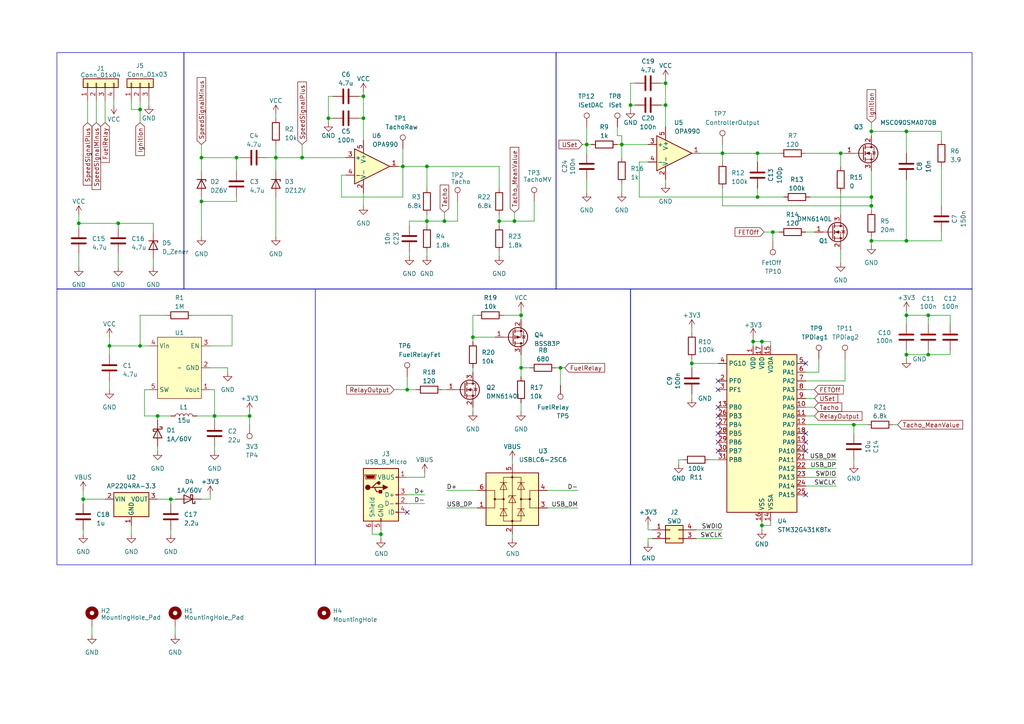
<source format=kicad_sch>
(kicad_sch (version 20230121) (generator eeschema)
  (paper "A4")
  (junction (at 193.04 30.48))
  (junction (at 220.98 99.06))
  (junction (at 118.11 113.03))
  (junction (at 162.56 106.68))
  (junction (at 128.905 64.135))
  (junction (at 151.13 106.68))
  (junction (at 105.41 34.29))
  (junction (at 58.42 58.42))
  (junction (at 49.53 144.78))
  (junction (at 34.29 64.77))
  (junction (at 252.73 57.15))
  (junction (at 144.78 64.135))
  (junction (at 220.98 152.4))
  (junction (at 219.71 44.45))
  (junction (at 149.225 64.135))
  (junction (at 180.34 41.91))
  (junction (at 262.89 91.44))
  (junction (at 24.13 144.78))
  (junction (at 40.64 31.75))
  (junction (at 62.23 120.65))
  (junction (at 72.39 120.65))
  (junction (at 269.24 91.44))
  (junction (at 224.155 67.31))
  (junction (at 123.825 64.135))
  (junction (at 22.86 64.77))
  (junction (at 116.84 48.26))
  (junction (at 123.825 48.26))
  (junction (at 151.13 91.44))
  (junction (at 262.89 69.85))
  (junction (at 95.25 34.29))
  (junction (at 252.73 59.69))
  (junction (at 193.04 24.13))
  (junction (at 262.89 38.1))
  (junction (at 252.73 69.85))
  (junction (at 110.49 154.94))
  (junction (at 68.58 45.72))
  (junction (at 31.75 100.33))
  (junction (at 105.41 27.94))
  (junction (at 200.66 105.41))
  (junction (at 269.24 102.87))
  (junction (at 252.73 38.1))
  (junction (at 219.71 57.15))
  (junction (at 218.44 99.06))
  (junction (at 247.65 123.19))
  (junction (at 262.89 102.87))
  (junction (at 87.63 45.72))
  (junction (at 243.84 44.45))
  (junction (at 58.42 45.72))
  (junction (at 209.55 44.45))
  (junction (at 40.64 100.33))
  (junction (at 170.18 41.91))
  (junction (at 182.88 30.48))
  (junction (at 137.16 97.79))
  (junction (at 45.72 120.65))
  (junction (at 80.01 45.72))
  (no_connect (at 208.28 128.27))
  (no_connect (at 208.28 123.19))
  (no_connect (at 233.68 128.27))
  (no_connect (at 208.28 113.03))
  (no_connect (at 208.28 118.11))
  (no_connect (at 208.28 130.81))
  (no_connect (at 233.68 125.73))
  (no_connect (at 233.68 143.51))
  (no_connect (at 233.68 105.41))
  (no_connect (at 208.28 110.49))
  (no_connect (at 208.28 125.73))
  (no_connect (at 233.68 130.81))
  (no_connect (at 208.28 120.65))
  (no_connect (at 118.11 148.59))
  (wire (pts (xy 114.3 113.03) (xy 118.11 113.03)))
  (wire (pts (xy 129.54 147.32) (xy 138.43 147.32)))
  (wire (pts (xy 233.68 115.57) (xy 236.22 115.57)))
  (wire (pts (xy 223.52 99.06) (xy 220.98 99.06)))
  (wire (pts (xy 43.18 29.21) (xy 43.18 30.48)))
  (wire (pts (xy 269.24 102.87) (xy 275.59 102.87)))
  (wire (pts (xy 137.16 97.79) (xy 143.51 97.79)))
  (wire (pts (xy 218.44 99.06) (xy 218.44 100.33)))
  (wire (pts (xy 233.68 113.03) (xy 236.22 113.03)))
  (wire (pts (xy 96.52 27.94) (xy 95.25 27.94)))
  (wire (pts (xy 38.1 29.21) (xy 38.1 31.75)))
  (wire (pts (xy 137.16 97.79) (xy 137.16 99.06)))
  (wire (pts (xy 105.41 55.88) (xy 105.41 59.69)))
  (wire (pts (xy 189.23 156.21) (xy 187.96 156.21)))
  (wire (pts (xy 100.33 50.8) (xy 99.06 50.8)))
  (wire (pts (xy 233.68 67.31) (xy 236.22 67.31)))
  (wire (pts (xy 180.34 41.91) (xy 187.96 41.91)))
  (wire (pts (xy 193.04 30.48) (xy 193.04 36.83)))
  (wire (pts (xy 38.1 31.75) (xy 40.64 31.75)))
  (wire (pts (xy 62.23 129.54) (xy 62.23 130.81)))
  (wire (pts (xy 144.78 64.135) (xy 149.225 64.135)))
  (wire (pts (xy 262.89 91.44) (xy 262.89 93.98)))
  (wire (pts (xy 220.98 151.13) (xy 220.98 152.4)))
  (wire (pts (xy 170.18 41.91) (xy 170.18 44.45)))
  (wire (pts (xy 273.05 48.26) (xy 273.05 59.69)))
  (wire (pts (xy 123.825 62.23) (xy 123.825 64.135)))
  (wire (pts (xy 203.2 44.45) (xy 209.55 44.45)))
  (wire (pts (xy 273.05 38.1) (xy 262.89 38.1)))
  (wire (pts (xy 137.16 118.11) (xy 137.16 119.38)))
  (wire (pts (xy 237.49 107.95) (xy 237.49 104.14)))
  (wire (pts (xy 209.55 59.69) (xy 252.73 59.69)))
  (wire (pts (xy 138.43 91.44) (xy 137.16 91.44)))
  (wire (pts (xy 243.84 44.45) (xy 245.11 44.45)))
  (wire (pts (xy 144.78 65.405) (xy 144.78 64.135)))
  (wire (pts (xy 149.225 64.135) (xy 154.94 64.135)))
  (wire (pts (xy 151.13 106.68) (xy 151.13 109.22)))
  (wire (pts (xy 116.84 48.26) (xy 123.825 48.26)))
  (wire (pts (xy 154.94 58.42) (xy 154.94 64.135)))
  (wire (pts (xy 233.68 138.43) (xy 242.57 138.43)))
  (wire (pts (xy 233.68 120.65) (xy 236.22 120.65)))
  (wire (pts (xy 68.58 45.72) (xy 69.85 45.72)))
  (wire (pts (xy 45.72 144.78) (xy 49.53 144.78)))
  (wire (pts (xy 191.77 24.13) (xy 193.04 24.13)))
  (wire (pts (xy 182.88 24.13) (xy 182.88 30.48)))
  (wire (pts (xy 48.26 91.44) (xy 40.64 91.44)))
  (wire (pts (xy 95.25 27.94) (xy 95.25 34.29)))
  (wire (pts (xy 40.64 31.75) (xy 40.64 35.56)))
  (wire (pts (xy 151.13 102.87) (xy 151.13 106.68)))
  (wire (pts (xy 200.66 104.14) (xy 200.66 105.41)))
  (wire (pts (xy 132.715 58.42) (xy 132.715 64.135)))
  (wire (pts (xy 233.68 107.95) (xy 237.49 107.95)))
  (wire (pts (xy 118.745 65.405) (xy 118.745 64.135)))
  (wire (pts (xy 269.24 91.44) (xy 275.59 91.44)))
  (wire (pts (xy 41.91 120.65) (xy 45.72 120.65)))
  (wire (pts (xy 118.11 143.51) (xy 123.19 143.51)))
  (wire (pts (xy 116.84 57.15) (xy 116.84 48.26)))
  (wire (pts (xy 179.07 41.91) (xy 180.34 41.91)))
  (wire (pts (xy 243.84 72.39) (xy 243.84 76.2)))
  (wire (pts (xy 200.66 105.41) (xy 208.28 105.41)))
  (wire (pts (xy 218.44 97.79) (xy 218.44 99.06)))
  (wire (pts (xy 180.34 39.37) (xy 180.34 41.91)))
  (wire (pts (xy 44.45 74.93) (xy 44.45 77.47)))
  (wire (pts (xy 200.66 105.41) (xy 200.66 106.68)))
  (wire (pts (xy 44.45 64.77) (xy 34.29 64.77)))
  (wire (pts (xy 104.14 27.94) (xy 105.41 27.94)))
  (wire (pts (xy 233.68 133.35) (xy 242.57 133.35)))
  (wire (pts (xy 44.45 67.31) (xy 44.45 64.77)))
  (wire (pts (xy 72.39 119.38) (xy 72.39 120.65)))
  (wire (pts (xy 198.12 133.35) (xy 196.85 133.35)))
  (wire (pts (xy 34.29 73.66) (xy 34.29 77.47)))
  (wire (pts (xy 80.01 57.15) (xy 80.01 68.58)))
  (wire (pts (xy 148.59 133.35) (xy 148.59 134.62)))
  (wire (pts (xy 22.86 64.77) (xy 22.86 66.04)))
  (wire (pts (xy 132.715 64.135) (xy 128.905 64.135)))
  (wire (pts (xy 161.29 106.68) (xy 162.56 106.68)))
  (wire (pts (xy 58.42 45.72) (xy 58.42 49.53)))
  (wire (pts (xy 193.04 24.13) (xy 193.04 30.48)))
  (wire (pts (xy 99.06 57.15) (xy 116.84 57.15)))
  (wire (pts (xy 233.68 118.11) (xy 236.22 118.11)))
  (wire (pts (xy 179.07 39.37) (xy 180.34 39.37)))
  (wire (pts (xy 66.04 106.68) (xy 66.04 107.95)))
  (wire (pts (xy 58.42 41.91) (xy 58.42 45.72)))
  (wire (pts (xy 149.225 61.595) (xy 149.225 64.135)))
  (wire (pts (xy 110.49 156.21) (xy 110.49 154.94)))
  (wire (pts (xy 158.75 147.32) (xy 167.64 147.32)))
  (wire (pts (xy 40.64 29.21) (xy 40.64 31.75)))
  (wire (pts (xy 184.15 30.48) (xy 182.88 30.48)))
  (wire (pts (xy 24.13 153.67) (xy 24.13 154.94)))
  (wire (pts (xy 151.13 91.44) (xy 151.13 92.71)))
  (wire (pts (xy 209.55 44.45) (xy 209.55 46.99)))
  (wire (pts (xy 129.54 142.24) (xy 138.43 142.24)))
  (wire (pts (xy 41.91 113.03) (xy 41.91 120.65)))
  (wire (pts (xy 118.11 113.03) (xy 120.65 113.03)))
  (wire (pts (xy 123.825 73.025) (xy 123.825 74.295)))
  (wire (pts (xy 80.01 33.02) (xy 80.01 34.29)))
  (wire (pts (xy 170.18 41.91) (xy 171.45 41.91)))
  (wire (pts (xy 105.41 34.29) (xy 105.41 40.64)))
  (wire (pts (xy 34.29 66.04) (xy 34.29 64.77)))
  (wire (pts (xy 224.155 67.31) (xy 226.06 67.31)))
  (wire (pts (xy 104.14 34.29) (xy 105.41 34.29)))
  (wire (pts (xy 269.24 91.44) (xy 269.24 93.98)))
  (wire (pts (xy 118.11 146.05) (xy 123.19 146.05)))
  (wire (pts (xy 49.53 144.78) (xy 49.53 146.05)))
  (wire (pts (xy 87.63 45.72) (xy 80.01 45.72)))
  (wire (pts (xy 252.73 49.53) (xy 252.73 57.15)))
  (wire (pts (xy 144.78 54.61) (xy 144.78 48.26)))
  (wire (pts (xy 151.13 90.17) (xy 151.13 91.44)))
  (wire (pts (xy 49.53 120.65) (xy 45.72 120.65)))
  (wire (pts (xy 43.18 113.03) (xy 41.91 113.03)))
  (wire (pts (xy 31.75 100.33) (xy 31.75 102.87)))
  (wire (pts (xy 58.42 45.72) (xy 68.58 45.72)))
  (wire (pts (xy 38.1 152.4) (xy 38.1 154.94)))
  (wire (pts (xy 26.67 181.61) (xy 26.67 184.15)))
  (wire (pts (xy 60.96 113.03) (xy 62.23 113.03)))
  (wire (pts (xy 193.04 52.07) (xy 193.04 53.34)))
  (wire (pts (xy 273.05 40.64) (xy 273.05 38.1)))
  (wire (pts (xy 24.13 146.05) (xy 24.13 144.78)))
  (wire (pts (xy 269.24 102.87) (xy 262.89 102.87)))
  (wire (pts (xy 123.19 138.43) (xy 123.19 137.16)))
  (wire (pts (xy 200.66 115.57) (xy 200.66 114.3)))
  (wire (pts (xy 187.96 156.21) (xy 187.96 157.48)))
  (wire (pts (xy 262.89 101.6) (xy 262.89 102.87)))
  (wire (pts (xy 219.71 44.45) (xy 226.06 44.45)))
  (wire (pts (xy 55.88 91.44) (xy 67.31 91.44)))
  (wire (pts (xy 151.13 116.84) (xy 151.13 119.38)))
  (wire (pts (xy 87.63 45.72) (xy 87.63 41.91)))
  (wire (pts (xy 205.74 133.35) (xy 208.28 133.35)))
  (wire (pts (xy 144.78 73.025) (xy 144.78 74.295)))
  (wire (pts (xy 49.53 144.78) (xy 50.8 144.78)))
  (wire (pts (xy 245.11 110.49) (xy 245.11 104.14)))
  (wire (pts (xy 180.34 41.91) (xy 180.34 45.72)))
  (wire (pts (xy 259.08 123.19) (xy 260.35 123.19)))
  (wire (pts (xy 220.98 99.06) (xy 218.44 99.06)))
  (wire (pts (xy 34.29 64.77) (xy 22.86 64.77)))
  (wire (pts (xy 80.01 45.72) (xy 80.01 41.91)))
  (wire (pts (xy 58.42 144.78) (xy 60.96 144.78)))
  (wire (pts (xy 252.73 39.37) (xy 252.73 38.1)))
  (wire (pts (xy 57.15 120.65) (xy 62.23 120.65)))
  (wire (pts (xy 40.64 91.44) (xy 40.64 100.33)))
  (wire (pts (xy 58.42 58.42) (xy 58.42 68.58)))
  (wire (pts (xy 262.89 102.87) (xy 262.89 104.14)))
  (wire (pts (xy 137.16 106.68) (xy 137.16 107.95)))
  (wire (pts (xy 223.52 151.13) (xy 223.52 152.4)))
  (wire (pts (xy 201.93 153.67) (xy 209.55 153.67)))
  (wire (pts (xy 193.04 22.86) (xy 193.04 24.13)))
  (wire (pts (xy 247.65 123.19) (xy 247.65 125.73)))
  (wire (pts (xy 40.64 100.33) (xy 31.75 100.33)))
  (wire (pts (xy 233.68 135.89) (xy 242.57 135.89)))
  (wire (pts (xy 68.58 57.15) (xy 68.58 58.42)))
  (wire (pts (xy 60.96 144.78) (xy 60.96 143.51)))
  (wire (pts (xy 233.68 110.49) (xy 245.11 110.49)))
  (wire (pts (xy 144.78 62.23) (xy 144.78 64.135)))
  (wire (pts (xy 33.02 29.21) (xy 33.02 30.48)))
  (wire (pts (xy 223.52 100.33) (xy 223.52 99.06)))
  (wire (pts (xy 128.905 61.595) (xy 128.905 64.135)))
  (wire (pts (xy 77.47 45.72) (xy 80.01 45.72)))
  (wire (pts (xy 247.65 123.19) (xy 251.46 123.19)))
  (wire (pts (xy 191.77 30.48) (xy 193.04 30.48)))
  (wire (pts (xy 262.89 38.1) (xy 262.89 44.45)))
  (wire (pts (xy 227.33 57.15) (xy 219.71 57.15)))
  (wire (pts (xy 184.15 24.13) (xy 182.88 24.13)))
  (wire (pts (xy 170.18 36.83) (xy 170.18 41.91)))
  (wire (pts (xy 243.84 55.88) (xy 243.84 62.23)))
  (wire (pts (xy 209.55 156.21) (xy 201.93 156.21)))
  (wire (pts (xy 27.94 29.21) (xy 27.94 35.56)))
  (wire (pts (xy 49.53 153.67) (xy 49.53 154.94)))
  (wire (pts (xy 252.73 57.15) (xy 252.73 59.69)))
  (wire (pts (xy 196.85 133.35) (xy 196.85 134.62)))
  (wire (pts (xy 273.05 67.31) (xy 273.05 69.85)))
  (wire (pts (xy 58.42 58.42) (xy 68.58 58.42)))
  (wire (pts (xy 24.13 142.24) (xy 24.13 144.78)))
  (wire (pts (xy 67.31 100.33) (xy 60.96 100.33)))
  (wire (pts (xy 262.89 91.44) (xy 269.24 91.44)))
  (wire (pts (xy 162.56 106.68) (xy 163.83 106.68)))
  (wire (pts (xy 219.71 44.45) (xy 219.71 46.99)))
  (wire (pts (xy 170.18 52.07) (xy 170.18 55.88)))
  (wire (pts (xy 105.41 27.94) (xy 105.41 34.29)))
  (wire (pts (xy 200.66 95.25) (xy 200.66 96.52)))
  (wire (pts (xy 80.01 45.72) (xy 80.01 49.53)))
  (wire (pts (xy 275.59 91.44) (xy 275.59 93.98)))
  (wire (pts (xy 144.78 48.26) (xy 123.825 48.26)))
  (wire (pts (xy 179.07 36.83) (xy 179.07 39.37)))
  (wire (pts (xy 105.41 26.67) (xy 105.41 27.94)))
  (wire (pts (xy 162.56 106.68) (xy 162.56 111.76)))
  (wire (pts (xy 123.825 65.405) (xy 123.825 64.135)))
  (wire (pts (xy 128.27 113.03) (xy 129.54 113.03)))
  (wire (pts (xy 242.57 140.97) (xy 233.68 140.97)))
  (wire (pts (xy 269.24 101.6) (xy 269.24 102.87)))
  (wire (pts (xy 96.52 34.29) (xy 95.25 34.29)))
  (wire (pts (xy 67.31 91.44) (xy 67.31 100.33)))
  (wire (pts (xy 118.745 73.025) (xy 118.745 74.295)))
  (wire (pts (xy 252.73 38.1) (xy 262.89 38.1)))
  (wire (pts (xy 262.89 90.17) (xy 262.89 91.44)))
  (wire (pts (xy 45.72 129.54) (xy 45.72 130.81)))
  (wire (pts (xy 158.75 142.24) (xy 167.64 142.24)))
  (wire (pts (xy 182.88 30.48) (xy 182.88 31.75)))
  (wire (pts (xy 243.84 44.45) (xy 243.84 48.26)))
  (wire (pts (xy 273.05 69.85) (xy 262.89 69.85)))
  (wire (pts (xy 72.39 120.65) (xy 72.39 123.19)))
  (wire (pts (xy 262.89 69.85) (xy 252.73 69.85)))
  (wire (pts (xy 220.98 99.06) (xy 220.98 100.33)))
  (wire (pts (xy 116.84 43.18) (xy 116.84 48.26)))
  (wire (pts (xy 107.95 154.94) (xy 110.49 154.94)))
  (wire (pts (xy 62.23 120.65) (xy 62.23 121.92)))
  (wire (pts (xy 234.95 57.15) (xy 252.73 57.15)))
  (wire (pts (xy 31.75 110.49) (xy 31.75 113.03)))
  (wire (pts (xy 50.8 181.61) (xy 50.8 184.15)))
  (wire (pts (xy 233.68 123.19) (xy 247.65 123.19)))
  (wire (pts (xy 115.57 48.26) (xy 116.84 48.26)))
  (wire (pts (xy 262.89 52.07) (xy 262.89 69.85)))
  (wire (pts (xy 219.71 57.15) (xy 185.42 57.15)))
  (wire (pts (xy 252.73 69.85) (xy 252.73 71.12)))
  (wire (pts (xy 31.75 97.79) (xy 31.75 100.33)))
  (wire (pts (xy 252.73 59.69) (xy 252.73 60.96)))
  (wire (pts (xy 60.96 106.68) (xy 66.04 106.68)))
  (wire (pts (xy 95.25 34.29) (xy 95.25 35.56)))
  (wire (pts (xy 25.4 29.21) (xy 25.4 35.56)))
  (wire (pts (xy 220.98 152.4) (xy 223.52 152.4)))
  (wire (pts (xy 185.42 46.99) (xy 187.96 46.99)))
  (wire (pts (xy 180.34 53.34) (xy 180.34 55.88)))
  (wire (pts (xy 233.68 44.45) (xy 243.84 44.45)))
  (wire (pts (xy 146.05 91.44) (xy 151.13 91.44)))
  (wire (pts (xy 107.95 153.67) (xy 107.95 154.94)))
  (wire (pts (xy 118.745 64.135) (xy 123.825 64.135)))
  (wire (pts (xy 62.23 113.03) (xy 62.23 120.65)))
  (wire (pts (xy 209.55 41.91) (xy 209.55 44.45)))
  (wire (pts (xy 118.11 138.43) (xy 123.19 138.43)))
  (wire (pts (xy 209.55 54.61) (xy 209.55 59.69)))
  (wire (pts (xy 148.59 156.21) (xy 148.59 154.94)))
  (wire (pts (xy 22.86 62.23) (xy 22.86 64.77)))
  (wire (pts (xy 247.65 133.35) (xy 247.65 134.62)))
  (wire (pts (xy 220.98 152.4) (xy 220.98 153.67)))
  (wire (pts (xy 252.73 68.58) (xy 252.73 69.85)))
  (wire (pts (xy 275.59 101.6) (xy 275.59 102.87)))
  (wire (pts (xy 252.73 35.56) (xy 252.73 38.1)))
  (wire (pts (xy 123.825 54.61) (xy 123.825 48.26)))
  (wire (pts (xy 168.91 41.91) (xy 170.18 41.91)))
  (wire (pts (xy 185.42 57.15) (xy 185.42 46.99)))
  (wire (pts (xy 224.155 67.31) (xy 224.155 69.85)))
  (wire (pts (xy 123.825 64.135) (xy 128.905 64.135)))
  (wire (pts (xy 187.96 153.67) (xy 189.23 153.67)))
  (wire (pts (xy 99.06 50.8) (xy 99.06 57.15)))
  (wire (pts (xy 22.86 73.66) (xy 22.86 77.47)))
  (wire (pts (xy 45.72 120.65) (xy 45.72 121.92)))
  (wire (pts (xy 43.18 100.33) (xy 40.64 100.33)))
  (wire (pts (xy 221.615 67.31) (xy 224.155 67.31)))
  (wire (pts (xy 30.48 29.21) (xy 30.48 35.56)))
  (wire (pts (xy 58.42 57.15) (xy 58.42 58.42)))
  (wire (pts (xy 118.11 109.22) (xy 118.11 113.03)))
  (wire (pts (xy 87.63 45.72) (xy 100.33 45.72)))
  (wire (pts (xy 137.16 91.44) (xy 137.16 97.79)))
  (wire (pts (xy 151.13 106.68) (xy 153.67 106.68)))
  (wire (pts (xy 110.49 154.94) (xy 110.49 153.67)))
  (wire (pts (xy 187.96 153.67) (xy 187.96 152.4)))
  (wire (pts (xy 24.13 144.78) (xy 30.48 144.78)))
  (wire (pts (xy 219.71 54.61) (xy 219.71 57.15)))
  (wire (pts (xy 209.55 44.45) (xy 219.71 44.45)))
  (wire (pts (xy 72.39 120.65) (xy 62.23 120.65)))
  (wire (pts (xy 68.58 45.72) (xy 68.58 49.53)))
  (rectangle (start 161.29 15.24) (end 281.94 83.82))
  (rectangle (start 16.51 83.82) (end 91.44 163.83))
  (rectangle (start 16.51 15.24) (end 53.34 83.82))
  (rectangle (start 53.34 15.24) (end 161.29 83.82))
  (rectangle (start 91.44 83.82) (end 182.88 163.83))
  (rectangle (start 182.88 83.82) (end 281.94 163.83))
  (label "USB_DP" (at 129.54 147.32 0))
  (label "SWCLK" (at 242.57 140.97 180))
  (label "SWDIO" (at 242.57 138.43 180))
  (label "USB_DM" (at 167.64 147.32 180))
  (label "USB_DP" (at 242.57 135.89 180))
  (label "D+" (at 129.54 142.24 0))
  (label "D-" (at 123.19 146.05 180))
  (label "USB_DM" (at 242.57 133.35 180))
  (label "D+" (at 123.19 143.51 180))
  (label "D-" (at 167.64 142.24 180))
  (label "SWDIO" (at 209.55 153.67 180))
  (label "SWCLK" (at 209.55 156.21 180))
  (global_label "FuelRelay" (shape input) (at 30.48 35.56 270) (property "Intersheetrefs" "${INTERSHEET_REFS}" (effects hide)))
  (global_label "SpeedSignalMinus" (shape input) (at 27.94 35.56 270) (property "Intersheetrefs" "${INTERSHEET_REFS}" (effects hide)))
  (global_label "Tacho" (shape input) (at 128.905 61.595 90) (property "Intersheetrefs" "${INTERSHEET_REFS}" (effects hide)))
  (global_label "USet" (shape input) (at 168.91 41.91 180) (property "Intersheetrefs" "${INTERSHEET_REFS}" (effects hide)))
  (global_label "Tacho_MeanValue" (shape input) (at 260.35 123.19 0) (property "Intersheetrefs" "${INTERSHEET_REFS}" (effects hide)))
  (global_label "RelayOutput" (shape input) (at 114.3 113.03 180) (property "Intersheetrefs" "${INTERSHEET_REFS}" (effects hide)))
  (global_label "FETOff" (shape input) (at 221.615 67.31 180) (property "Intersheetrefs" "${INTERSHEET_REFS}" (effects hide)))
  (global_label "FETOff" (shape input) (at 236.22 113.03 0) (property "Intersheetrefs" "${INTERSHEET_REFS}" (effects hide)))
  (global_label "SpeedSignalPlus" (shape input) (at 87.63 41.91 90) (property "Intersheetrefs" "${INTERSHEET_REFS}" (effects hide)))
  (global_label "SpeedSignalMinus" (shape input) (at 58.42 41.91 90) (property "Intersheetrefs" "${INTERSHEET_REFS}" (effects hide)))
  (global_label "Tacho_MeanValue" (shape input) (at 149.225 61.595 90) (property "Intersheetrefs" "${INTERSHEET_REFS}" (effects hide)))
  (global_label "Tacho" (shape input) (at 236.22 118.11 0) (property "Intersheetrefs" "${INTERSHEET_REFS}" (effects hide)))
  (global_label "Ignition" (shape input) (at 252.73 35.56 90) (property "Intersheetrefs" "${INTERSHEET_REFS}" (effects hide)))
  (global_label "Ignition" (shape input) (at 40.64 35.56 270) (property "Intersheetrefs" "${INTERSHEET_REFS}" (effects hide)))
  (global_label "FuelRelay" (shape input) (at 163.83 106.68 0) (property "Intersheetrefs" "${INTERSHEET_REFS}" (effects hide)))
  (global_label "USet" (shape input) (at 236.22 115.57 0) (property "Intersheetrefs" "${INTERSHEET_REFS}" (effects hide)))
  (global_label "RelayOutput" (shape input) (at 236.22 120.65 0) (property "Intersheetrefs" "${INTERSHEET_REFS}" (effects hide)))
  (global_label "SpeedSignalPlus" (shape input) (at 25.4 35.56 270) (property "Intersheetrefs" "${INTERSHEET_REFS}" (effects hide)))
  (symbol (lib_id "Device:Q_NMOS_GDS") (at 250.19 44.45 0) (unit 1)
    (property "Reference" "Q3" (at 247.65 36.83 0) (effects (justify left)))
    (property "Value" "MSC090SMA070B" (at 255.27 35.56 0) (effects (justify left)))
    (property "Footprint" "Package_TO_SOT_THT:TO-247-3_Vertical" (effects hide))
    (property "Hersteller Nr." "MSC090SMA070B" (effects hide))
  )
  (symbol (lib_id "Device:R") (at 229.87 44.45 90) (unit 1)
    (property "Reference" "R7" (at 229.87 39.37 90))
    (property "Value" "120" (at 229.87 41.91 90))
    (property "Footprint" "Resistor_SMD:R_0603_1608Metric" (effects hide))
  )
  (symbol (lib_id "Amplifier_Operational:ADA4610-1xRJ") (at 107.95 48.26 0) (unit 1)
    (property "Reference" "U6" (at 109.22 39.37 0))
    (property "Value" "OPA990" (at 111.76 41.91 0))
    (property "Footprint" "Package_TO_SOT_SMD:SOT-23-5" (effects hide))
  )
  (symbol (lib_id "Device:R") (at 144.78 69.215 0) (unit 1)
    (property "Reference" "R23" (at 147.32 68.58 0) (effects (justify left)))
    (property "Value" "1.8k" (at 147.32 71.12 0) (effects (justify left)))
    (property "Footprint" "Resistor_SMD:R_0603_1608Metric" (effects hide))
  )
  (symbol (lib_id "power:GND") (at 31.75 113.03 0) (unit 1)
    (property "Reference" "#PWR02" (effects hide))
    (property "Value" "GND" (at 31.75 118.11 0))
  )
  (symbol (lib_id "Device:D_Zener") (at 44.45 71.12 270) (unit 1)
    (property "Reference" "D5" (at 46.99 70.485 90) (effects (justify left)))
    (property "Value" "D_Zener" (at 46.99 73.025 90) (effects (justify left)))
    (property "Footprint" "Diode_SMD:D_SMC" (effects hide))
  )
  (symbol (lib_id "Transistor_FET:DMN6140L") (at 241.3 67.31 0) (unit 1)
    (property "Reference" "Q1" (at 237.49 69.85 0) (effects (justify left)))
    (property "Value" "DMN6140L" (at 231.14 63.5 0) (effects (justify left)))
    (property "Footprint" "Package_TO_SOT_SMD:SOT-23" (effects hide))
    (property "Datasheet" "http://www.diodes.com/assets/Datasheets/DMN6140L.pdf" (effects hide))
  )
  (symbol (lib_id "Device:R") (at 243.84 52.07 180) (unit 1)
    (property "Reference" "R15" (at 246.38 51.435 0) (effects (justify right)))
    (property "Value" "0" (at 246.38 53.975 0) (effects (justify right)))
    (property "Footprint" "Resistor_SMD:R_0603_1608Metric" (effects hide))
  )
  (symbol (lib_id "Device:C") (at 170.18 48.26 180) (unit 1)
    (property "Reference" "C24" (at 163.7792 48.26 90))
    (property "Value" "100n" (at 166.0906 48.26 90))
    (property "Footprint" "Capacitor_SMD:C_0603_1608Metric" (effects hide))
    (property "Datasheet" "https://www.mouser.ch/datasheet/2/585/MLCC-1837944.pdf" (effects hide))
    (property "Hersteller Nr." "885382206004" (effects hide))
    (property "Mouser Nr." "710-885382206004" (effects hide))
    (property "Info" "0.1uF; 50V, X7R; -55C;+125C" (effects hide))
  )
  (symbol (lib_id "power:+3V3") (at 218.44 97.79 0) (unit 1)
    (property "Reference" "#PWR024" (effects hide))
    (property "Value" "+3V3" (at 218.44 94.2881 0))
  )
  (symbol (lib_id "Amplifier_Operational:ADA4610-1xRJ") (at 195.58 44.45 0) (unit 1)
    (property "Reference" "U5" (at 196.85 35.56 0))
    (property "Value" "OPA990" (at 199.39 38.1 0))
    (property "Footprint" "Package_TO_SOT_SMD:SOT-23-5" (effects hide))
  )
  (symbol (lib_id "Device:C") (at 200.66 110.49 180) (unit 1)
    (property "Reference" "C9" (at 194.2592 110.49 90))
    (property "Value" "100n" (at 196.5706 110.49 90))
    (property "Footprint" "Capacitor_SMD:C_0603_1608Metric" (effects hide))
    (property "Datasheet" "https://www.mouser.ch/datasheet/2/585/MLCC-1837944.pdf" (effects hide))
    (property "Hersteller Nr." "885382206004" (effects hide))
    (property "Mouser Nr." "710-885382206004" (effects hide))
    (property "Info" "0.1uF; 50V, X7R; -55C;+125C" (effects hide))
  )
  (symbol (lib_id "power:GND") (at 110.49 156.21 0) (unit 1)
    (property "Reference" "#PWR027" (effects hide))
    (property "Value" "GND" (at 110.617 160.6042 0))
  )
  (symbol (lib_id "power:GND") (at 196.85 134.62 0) (unit 1)
    (property "Reference" "#PWR022" (effects hide))
    (property "Value" "GND" (at 196.85 138.7555 0))
  )
  (symbol (lib_id "Connector:TestPoint") (at 118.11 109.22 0) (unit 1)
    (property "Reference" "TP6" (at 115.57 100.33 0) (effects (justify left)))
    (property "Value" "FuelRelayFet" (at 115.57 102.87 0) (effects (justify left)))
    (property "Footprint" "TestPoint:TestPoint_Pad_D1.0mm" (effects hide))
  )
  (symbol (lib_id "power:GND") (at 118.745 74.295 0) (unit 1)
    (property "Reference" "#PWR011" (effects hide))
    (property "Value" "GND" (at 118.745 79.375 0))
  )
  (symbol (lib_id "Device:R") (at 180.34 49.53 0) (unit 1)
    (property "Reference" "R16" (at 182.88 48.895 0) (effects (justify left)))
    (property "Value" "1k" (at 182.88 51.435 0) (effects (justify left)))
    (property "Footprint" "Resistor_SMD:R_0603_1608Metric" (effects hide))
  )
  (symbol (lib_id "power:+3V3") (at 262.89 90.17 0) (unit 1)
    (property "Reference" "#PWR032" (effects hide))
    (property "Value" "+3V3" (at 262.89 86.36 0))
  )
  (symbol (lib_id "Device:R") (at 144.78 58.42 0) (unit 1)
    (property "Reference" "R22" (at 138.43 57.15 0) (effects (justify left)))
    (property "Value" "6.8k" (at 138.43 59.69 0) (effects (justify left)))
    (property "Footprint" "Resistor_SMD:R_0603_1608Metric" (effects hide))
  )
  (symbol (lib_id "power:GND") (at 180.34 55.88 0) (unit 1)
    (property "Reference" "#PWR034" (effects hide))
    (property "Value" "GND" (at 180.34 60.96 0))
  )
  (symbol (lib_id "Connector:TestPoint") (at 170.18 36.83 0) (unit 1)
    (property "Reference" "TP12" (at 167.64 27.94 0) (effects (justify left)))
    (property "Value" "ISetDAC" (at 167.64 30.48 0) (effects (justify left)))
    (property "Footprint" "TestPoint:TestPoint_Pad_D1.0mm" (effects hide))
  )
  (symbol (lib_name "Conn_02x02_Counter_Clockwise_1") (lib_id "Connector_Generic:Conn_02x02_Counter_Clockwise") (at 194.31 153.67 0) (unit 1)
    (property "Reference" "J2" (at 195.58 148.59 0))
    (property "Value" "SWD" (at 195.58 151.13 0))
    (property "Footprint" "Connector_PinHeader_2.54mm:PinHeader_2x02_P2.54mm_Vertical" (effects hide))
  )
  (symbol (lib_id "Connector:TestPoint") (at 132.715 58.42 0) (unit 1)
    (property "Reference" "TP2" (at 130.81 50.8 0) (effects (justify left)))
    (property "Value" "Tacho" (at 130.81 52.705 0) (effects (justify left)))
    (property "Footprint" "TestPoint:TestPoint_Pad_D1.0mm" (effects hide))
  )
  (symbol (lib_id "Connector:TestPoint") (at 224.155 69.85 180) (unit 1)
    (property "Reference" "TP10" (at 226.695 78.74 0) (effects (justify left)))
    (property "Value" "FetOff" (at 226.695 76.2 0) (effects (justify left)))
    (property "Footprint" "TestPoint:TestPoint_Pad_D1.0mm" (effects hide))
  )
  (symbol (lib_id "power:VCC") (at 193.04 22.86 0) (mirror y) (unit 1)
    (property "Reference" "#PWR053" (effects hide))
    (property "Value" "VCC" (at 193.04 19.05 0))
  )
  (symbol (lib_id "Device:R") (at 137.16 102.87 0) (unit 1)
    (property "Reference" "R20" (at 139.7 102.235 0) (effects (justify left)))
    (property "Value" "10k" (at 139.7 104.775 0) (effects (justify left)))
    (property "Footprint" "Resistor_SMD:R_0603_1608Metric" (effects hide))
  )
  (symbol (lib_id "power:GND") (at 43.18 30.48 0) (unit 1)
    (property "Reference" "#PWR07" (effects hide))
    (property "Value" "GND" (at 43.18 34.29 0))
  )
  (symbol (lib_id "Device:R") (at 52.07 91.44 90) (unit 1)
    (property "Reference" "R1" (at 52.07 86.36 90))
    (property "Value" "1M" (at 52.07 88.9 90))
    (property "Footprint" "Resistor_SMD:R_0603_1608Metric" (effects hide))
  )
  (symbol (lib_id "Device:R") (at 231.14 57.15 270) (unit 1)
    (property "Reference" "R13" (at 231.14 52.07 90))
    (property "Value" "100k" (at 231.14 54.61 90))
    (property "Footprint" "Resistor_SMD:R_0603_1608Metric" (effects hide))
  )
  (symbol (lib_id "power:GND") (at 95.25 35.56 0) (mirror y) (unit 1)
    (property "Reference" "#PWR014" (effects hide))
    (property "Value" "GND" (at 95.25 39.37 0))
  )
  (symbol (lib_id "power:+3V3") (at 72.39 119.38 0) (unit 1)
    (property "Reference" "#PWR029" (effects hide))
    (property "Value" "+3V3" (at 72.39 115.57 0))
  )
  (symbol (lib_id "power:GND") (at 44.45 77.47 0) (unit 1)
    (property "Reference" "#PWR018" (effects hide))
    (property "Value" "GND" (at 44.45 82.55 0))
  )
  (symbol (lib_id "Transistor_FET:DMN6140L") (at 134.62 113.03 0) (unit 1)
    (property "Reference" "Q2" (at 140.97 112.395 0) (effects (justify left)))
    (property "Value" "DMN6140L" (at 140.97 114.935 0) (effects (justify left)))
    (property "Footprint" "Package_TO_SOT_SMD:SOT-23" (effects hide))
    (property "Datasheet" "http://www.diodes.com/assets/Datasheets/DMN6140L.pdf" (effects hide))
  )
  (symbol (lib_id "Connector:TestPoint") (at 209.55 41.91 0) (unit 1)
    (property "Reference" "TP7" (at 207.01 33.02 0) (effects (justify left)))
    (property "Value" "ControllerOutput" (at 204.47 35.56 0) (effects (justify left)))
    (property "Footprint" "TestPoint:TestPoint_Pad_D1.0mm" (effects hide))
  )
  (symbol (lib_id "Device:R") (at 255.27 123.19 270) (mirror x) (unit 1)
    (property "Reference" "R21" (at 255.27 118.11 90))
    (property "Value" "6.8k" (at 255.27 120.65 90))
    (property "Footprint" "Resistor_SMD:R_0603_1608Metric" (effects hide))
  )
  (symbol (lib_id "Device:R") (at 175.26 41.91 270) (unit 1)
    (property "Reference" "R9" (at 175.26 36.83 90))
    (property "Value" "1k" (at 175.26 39.37 90))
    (property "Footprint" "Resistor_SMD:R_0603_1608Metric" (effects hide))
  )
  (symbol (lib_id "power:GND") (at 182.88 31.75 0) (mirror y) (unit 1)
    (property "Reference" "#PWR052" (effects hide))
    (property "Value" "GND" (at 182.88 35.56 0))
  )
  (symbol (lib_id "power:GND") (at 49.53 154.94 0) (unit 1)
    (property "Reference" "#PWR049" (effects hide))
    (property "Value" "GND" (at 49.53 160.02 0))
  )
  (symbol (lib_id "power:VCC") (at 80.01 33.02 0) (unit 1)
    (property "Reference" "#PWR09" (effects hide))
    (property "Value" "VCC" (at 80.01 29.21 0))
  )
  (symbol (lib_id "power:VCC") (at 22.86 62.23 0) (unit 1)
    (property "Reference" "#PWR041" (effects hide))
    (property "Value" "VCC" (at 22.86 58.42 0))
  )
  (symbol (lib_id "power:GND") (at 193.04 53.34 0) (unit 1)
    (property "Reference" "#PWR054" (effects hide))
    (property "Value" "GND" (at 193.04 58.42 0))
  )
  (symbol (lib_id "Transistor_FET:BSS83P") (at 148.59 97.79 0) (mirror x) (unit 1)
    (property "Reference" "Q4" (at 154.94 97.155 0) (effects (justify left)))
    (property "Value" "BSS83P" (at 154.94 99.695 0) (effects (justify left)))
    (property "Footprint" "Package_TO_SOT_SMD:SOT-23" (effects hide))
    (property "Datasheet" "http://www.farnell.com/datasheets/1835997.pdf" (effects hide))
  )
  (symbol (lib_id "Device:C") (at 187.96 24.13 270) (mirror x) (unit 1)
    (property "Reference" "C19" (at 187.96 17.78 90))
    (property "Value" "4.7u" (at 187.96 20.32 90))
    (property "Footprint" "Capacitor_SMD:C_0805_2012Metric" (effects hide))
    (property "Hersteller Nr." "CL21A475KBQNNNE" (effects hide))
  )
  (symbol (lib_id "power:GND") (at 58.42 68.58 0) (unit 1)
    (property "Reference" "#PWR010" (effects hide))
    (property "Value" "GND" (at 58.42 73.66 0))
  )
  (symbol (lib_id "Device:C") (at 187.96 30.48 270) (mirror x) (unit 1)
    (property "Reference" "C20" (at 187.96 34.29 90))
    (property "Value" "100n" (at 187.96 36.83 90))
    (property "Footprint" "Capacitor_SMD:C_0603_1608Metric" (effects hide))
  )
  (symbol (lib_id "power:GND") (at 170.18 55.88 0) (unit 1)
    (property "Reference" "#PWR051" (effects hide))
    (property "Value" "GND" (at 170.18 60.96 0))
  )
  (symbol (lib_id "Device:C") (at 262.89 97.79 180) (unit 1)
    (property "Reference" "C10" (at 256.54 96.52 0))
    (property "Value" "100n" (at 256.54 98.8314 0))
    (property "Footprint" "Capacitor_SMD:C_0603_1608Metric" (effects hide))
    (property "Datasheet" "https://www.mouser.ch/datasheet/2/585/MLCC-1837944.pdf" (effects hide))
    (property "Hersteller Nr." "885382206004" (effects hide))
    (property "Mouser Nr." "710-885382206004" (effects hide))
    (property "Info" "0.1uF; 50V, X7R; -55C;+125C" (effects hide))
  )
  (symbol (lib_id "power:GND") (at 62.23 130.81 0) (unit 1)
    (property "Reference" "#PWR05" (effects hide))
    (property "Value" "GND" (at 62.23 135.89 0))
  )
  (symbol (lib_id "Device:C") (at 118.745 69.215 0) (mirror x) (unit 1)
    (property "Reference" "C23" (at 114.935 69.215 90))
    (property "Value" "10n" (at 112.395 69.215 90))
    (property "Footprint" "Capacitor_SMD:C_0603_1608Metric" (effects hide))
  )
  (symbol (lib_id "Connector:TestPoint") (at 245.11 104.14 0) (unit 1)
    (property "Reference" "TP11" (at 242.57 95.25 0) (effects (justify left)))
    (property "Value" "TPDiag2" (at 241.3 97.79 0) (effects (justify left)))
    (property "Footprint" "TestPoint:TestPoint_Pad_D1.0mm" (effects hide))
  )
  (symbol (lib_id "power:GND") (at 187.96 157.48 0) (unit 1)
    (property "Reference" "#PWR026" (effects hide))
    (property "Value" "GND" (at 188.087 161.8742 0))
  )
  (symbol (lib_id "Device:R") (at 229.87 67.31 90) (unit 1)
    (property "Reference" "R14" (at 229.87 62.23 90))
    (property "Value" "120" (at 229.87 64.77 90))
    (property "Footprint" "Resistor_SMD:R_0603_1608Metric" (effects hide))
  )
  (symbol (lib_id "Device:D_Schottky") (at 54.61 144.78 180) (unit 1)
    (property "Reference" "D4" (at 54.9275 139.7 0))
    (property "Value" "1A/60V" (at 54.9275 142.24 0))
    (property "Footprint" "Diode_SMD:D_SMF" (effects hide))
    (property "Hersteller Nr." "SS1FN6HM3/H" (effects hide))
  )
  (symbol (lib_id "Device:C") (at 68.58 53.34 0) (unit 1)
    (property "Reference" "C3" (at 72.39 52.705 0) (effects (justify left)))
    (property "Value" "4.7u" (at 72.39 55.245 0) (effects (justify left)))
    (property "Footprint" "Capacitor_SMD:C_0805_2012Metric" (effects hide))
    (property "Hersteller Nr." "CL21A475KBQNNNE" (effects hide))
  )
  (symbol (lib_id "power:GND") (at 144.78 74.295 0) (unit 1)
    (property "Reference" "#PWR039" (effects hide))
    (property "Value" "GND" (at 144.78 79.375 0))
  )
  (symbol (lib_id "power:GND") (at 200.66 115.57 0) (unit 1)
    (property "Reference" "#PWR021" (effects hide))
    (property "Value" "GND" (at 204.47 115.57 0))
  )
  (symbol (lib_id "power:GND") (at 66.04 107.95 0) (unit 1)
    (property "Reference" "#PWR03" (effects hide))
    (property "Value" "GND" (at 66.04 113.03 0))
  )
  (symbol (lib_id "power:GND") (at 252.73 71.12 0) (unit 1)
    (property "Reference" "#PWR016" (effects hide))
    (property "Value" "GND" (at 252.73 76.2 0))
  )
  (symbol (lib_id "power:+3V3") (at 60.96 143.51 0) (unit 1)
    (property "Reference" "#PWR06" (effects hide))
    (property "Value" "+3V3" (at 60.96 139.7 0))
  )
  (symbol (lib_id "Device:C") (at 219.71 50.8 0) (mirror y) (unit 1)
    (property "Reference" "C13" (at 223.52 50.8 90))
    (property "Value" "100p" (at 226.06 50.8 90))
    (property "Footprint" "Capacitor_SMD:C_0603_1608Metric" (effects hide))
  )
  (symbol (lib_id "power:GND") (at 50.8 184.15 0) (unit 1)
    (property "Reference" "#PWR045" (effects hide))
    (property "Value" "GND" (at 50.8 189.23 0))
  )
  (symbol (lib_id "Device:R") (at 142.24 91.44 270) (unit 1)
    (property "Reference" "R19" (at 142.24 86.36 90))
    (property "Value" "10k" (at 142.24 88.9 90))
    (property "Footprint" "Resistor_SMD:R_0603_1608Metric" (effects hide))
  )
  (symbol (lib_id "power:GND") (at 45.72 130.81 0) (unit 1)
    (property "Reference" "#PWR04" (effects hide))
    (property "Value" "GND" (at 45.72 135.89 0))
  )
  (symbol (lib_id "Device:C") (at 31.75 106.68 0) (unit 1)
    (property "Reference" "C1" (at 35.56 106.045 0) (effects (justify left)))
    (property "Value" "4.7u" (at 35.56 108.585 0) (effects (justify left)))
    (property "Footprint" "Capacitor_SMD:C_0805_2012Metric" (effects hide))
    (property "Hersteller Nr." "CL21A475KBQNNNE" (effects hide))
  )
  (symbol (lib_id "power:+3V3") (at 200.66 95.25 0) (unit 1)
    (property "Reference" "#PWR020" (effects hide))
    (property "Value" "+3V3" (at 200.66 91.44 0))
  )
  (symbol (lib_id "Device:C") (at 100.33 27.94 270) (mirror x) (unit 1)
    (property "Reference" "C6" (at 100.33 21.59 90))
    (property "Value" "4.7u" (at 100.33 24.13 90))
    (property "Footprint" "Capacitor_SMD:C_0805_2012Metric" (effects hide))
    (property "Hersteller Nr." "CL21A475KBQNNNE" (effects hide))
  )
  (symbol (lib_id "power:GND") (at 34.29 77.47 0) (unit 1)
    (property "Reference" "#PWR043" (effects hide))
    (property "Value" "GND" (at 34.29 82.55 0))
  )
  (symbol (lib_id "Device:C") (at 34.29 69.85 0) (unit 1)
    (property "Reference" "C16" (at 38.1 69.215 0) (effects (justify left)))
    (property "Value" "4.7u" (at 38.1 71.755 0) (effects (justify left)))
    (property "Footprint" "Capacitor_SMD:C_1206_3216Metric" (effects hide))
  )
  (symbol (lib_id "power:GND") (at 151.13 119.38 0) (unit 1)
    (property "Reference" "#PWR035" (effects hide))
    (property "Value" "GND" (at 151.13 124.46 0))
  )
  (symbol (lib_id "Device:C") (at 24.13 149.86 0) (unit 1)
    (property "Reference" "C18" (at 27.94 149.225 0) (effects (justify left)))
    (property "Value" "1u" (at 27.94 151.765 0) (effects (justify left)))
    (property "Footprint" "Capacitor_SMD:C_0603_1608Metric" (effects hide))
  )
  (symbol (lib_id "Device:C") (at 73.66 45.72 90) (unit 1)
    (property "Reference" "C4" (at 73.66 39.37 90))
    (property "Value" "4.7u" (at 73.66 41.91 90))
    (property "Footprint" "Capacitor_SMD:C_0805_2012Metric" (effects hide))
    (property "Hersteller Nr." "CL21A475KBQNNNE" (effects hide))
  )
  (symbol (lib_id "Connector:TestPoint") (at 154.94 58.42 0) (unit 1)
    (property "Reference" "TP3" (at 153.035 50.165 0) (effects (justify left)))
    (property "Value" "TachoMV" (at 151.765 52.07 0) (effects (justify left)))
    (property "Footprint" "TestPoint:TestPoint_Pad_D1.0mm" (effects hide))
  )
  (symbol (lib_id "power:GND") (at 22.86 77.47 0) (unit 1)
    (property "Reference" "#PWR042" (effects hide))
    (property "Value" "GND" (at 22.86 82.55 0))
  )
  (symbol (lib_id "Device:C") (at 262.89 48.26 180) (unit 1)
    (property "Reference" "C8" (at 266.7 48.26 90))
    (property "Value" "10n" (at 269.24 48.26 90))
    (property "Footprint" "Capacitor_THT:C_Rect_L10.0mm_W3.0mm_P7.50mm_MKS4" (effects hide))
    (property "Hersteller Nr." "MKS4J021002B00KSSD" (effects hide))
  )
  (symbol (lib_id "power:+3V3") (at 187.96 152.4 0) (unit 1)
    (property "Reference" "#PWR023" (effects hide))
    (property "Value" "+3V3" (at 187.96 148.59 0))
  )
  (symbol (lib_id "Device:C") (at 100.33 34.29 270) (mirror x) (unit 1)
    (property "Reference" "C5" (at 100.33 38.1 90))
    (property "Value" "100n" (at 100.33 40.64 90))
    (property "Footprint" "Capacitor_SMD:C_0603_1608Metric" (effects hide))
  )
  (symbol (lib_id "Device:L") (at 53.34 120.65 90) (unit 1)
    (property "Reference" "L1" (at 53.34 118.11 90))
    (property "Value" "15u" (at 53.34 121.92 90))
    (property "Footprint" "Inductor_SMD_Wurth:L_Wurth_WE-LQSH-4020" (effects hide))
    (property "Hersteller Nr." "74438335150" (effects hide))
  )
  (symbol (lib_id "power:GND") (at 24.13 154.94 0) (unit 1)
    (property "Reference" "#PWR047" (effects hide))
    (property "Value" "GND" (at 24.13 160.02 0))
  )
  (symbol (lib_id "power:GND") (at 80.01 68.58 0) (unit 1)
    (property "Reference" "#PWR015" (effects hide))
    (property "Value" "GND" (at 80.01 73.66 0))
  )
  (symbol (lib_id "power:GND") (at 243.84 76.2 0) (unit 1)
    (property "Reference" "#PWR033" (effects hide))
    (property "Value" "GND" (at 243.84 81.28 0))
  )
  (symbol (lib_id "Device:R") (at 157.48 106.68 270) (unit 1)
    (property "Reference" "R8" (at 157.48 101.6 90))
    (property "Value" "680" (at 157.48 104.14 90))
    (property "Footprint" "Resistor_SMD:R_1206_3216Metric" (effects hide))
  )
  (symbol (lib_id "Connector:TestPoint") (at 237.49 104.14 0) (unit 1)
    (property "Reference" "TP9" (at 234.95 95.25 0) (effects (justify left)))
    (property "Value" "TPDiag1" (at 232.41 97.79 0) (effects (justify left)))
    (property "Footprint" "TestPoint:TestPoint_Pad_D1.0mm" (effects hide))
  )
  (symbol (lib_id "power:GND") (at 148.59 156.21 0) (unit 1)
    (property "Reference" "#PWR031" (effects hide))
    (property "Value" "GND" (at 148.717 160.6042 0))
  )
  (symbol (lib_id "Device:D_Zener") (at 80.01 53.34 270) (unit 1)
    (property "Reference" "D3" (at 82.55 52.705 90) (effects (justify left)))
    (property "Value" "DZ12V" (at 82.55 55.245 90) (effects (justify left)))
    (property "Footprint" "Diode_SMD:D_SOD-123" (effects hide))
    (property "Hersteller Nr." "MMSZ5242B-E3-08" (effects hide))
  )
  (symbol (lib_id "MCU_ST_STM32G4:STM32G431K8Tx") (at 220.98 125.73 0) (unit 1)
    (property "Reference" "U4" (at 225.4759 151.13 0) (effects (justify left)))
    (property "Value" "STM32G431K8Tx" (at 225.4759 153.67 0) (effects (justify left)))
    (property "Footprint" "Package_QFP:LQFP-32_7x7mm_P0.8mm" (effects hide))
    (property "Datasheet" "https://www.st.com/resource/en/datasheet/stm32g431k8.pdf" (effects hide))
  )
  (symbol (lib_id "Device:R") (at 200.66 100.33 0) (unit 1)
    (property "Reference" "R10" (at 202.438 99.1616 0) (effects (justify left)))
    (property "Value" "100k" (at 202.438 101.473 0) (effects (justify left)))
    (property "Footprint" "Resistor_SMD:R_0603_1608Metric" (effects hide))
    (property "Hersteller Nr." "CRCW0603100KFKEAC" (effects hide))
    (property "Mouser Nr." "71-CRCW0603100KFKEAC" (effects hide))
    (property "Info" "75V; 1%; 100mW; -55C; +155C" (effects hide))
  )
  (symbol (lib_id "Connector_Generic:Conn_01x04") (at 27.94 24.13 90) (unit 1)
    (property "Reference" "J1" (at 29.21 19.8501 90))
    (property "Value" "Conn_01x04" (at 29.21 21.7711 90))
    (property "Footprint" "Connector_Wire:SolderWire-0.75sqmm_1x04_P4.8mm_D1.25mm_OD2.3mm" (effects hide))
  )
  (symbol (lib_id "Mechanical:MountingHole_Pad") (at 50.8 179.07 0) (unit 1)
    (property "Reference" "H1" (at 53.34 177.1563 0) (effects (justify left)))
    (property "Value" "MountingHole_Pad" (at 53.34 179.0773 0) (effects (justify left)))
    (property "Footprint" "MountingHole:MountingHole_3.2mm_M3_Pad_Via" (effects hide))
  )
  (symbol (lib_id "Device:D_Schottky") (at 45.72 125.73 270) (unit 1)
    (property "Reference" "D1" (at 48.26 124.7775 90) (effects (justify left)))
    (property "Value" "1A/60V" (at 48.26 127.3175 90) (effects (justify left)))
    (property "Footprint" "Diode_SMD:D_SMF" (effects hide))
    (property "Hersteller Nr." "SS1FN6HM3/H" (effects hide))
  )
  (symbol (lib_id "power:GND") (at 262.89 104.14 0) (unit 1)
    (property "Reference" "#PWR019" (effects hide))
    (property "Value" "GND" (at 266.7 104.14 0))
  )
  (symbol (lib_id "power:GND") (at 220.98 153.67 0) (unit 1)
    (property "Reference" "#PWR025" (effects hide))
    (property "Value" "GND" (at 220.98 157.8055 0))
  )
  (symbol (lib_id "Device:C") (at 269.24 97.79 180) (unit 1)
    (property "Reference" "C11" (at 269.24 86.5886 0))
    (property "Value" "100n" (at 269.24 88.9 0))
    (property "Footprint" "Capacitor_SMD:C_0603_1608Metric" (effects hide))
    (property "Datasheet" "https://www.mouser.ch/datasheet/2/585/MLCC-1837944.pdf" (effects hide))
    (property "Hersteller Nr." "885382206004" (effects hide))
    (property "Mouser Nr." "710-885382206004" (effects hide))
    (property "Info" "0.1uF; 50V, X7R; -55C;+125C" (effects hide))
  )
  (symbol (lib_id "Mechanical:MountingHole_Pad") (at 26.67 179.07 0) (unit 1)
    (property "Reference" "H2" (at 29.21 177.1563 0) (effects (justify left)))
    (property "Value" "MountingHole_Pad" (at 29.21 179.0773 0) (effects (justify left)))
    (property "Footprint" "MountingHole:MountingHole_3.2mm_M3_Pad_Via" (effects hide))
  )
  (symbol (lib_id "Device:R") (at 123.825 58.42 0) (unit 1)
    (property "Reference" "R3" (at 119.38 57.15 0) (effects (justify left)))
    (property "Value" "6.8k" (at 118.11 59.69 0) (effects (justify left)))
    (property "Footprint" "Resistor_SMD:R_0603_1608Metric" (effects hide))
  )
  (symbol (lib_id "Device:R") (at 201.93 133.35 90) (unit 1)
    (property "Reference" "R11" (at 201.93 138.43 90))
    (property "Value" "100k" (at 201.93 135.89 90))
    (property "Footprint" "Resistor_SMD:R_0603_1608Metric" (effects hide))
    (property "Hersteller Nr." "CRCW0603100KFKEAC" (effects hide))
    (property "Info" "75V; 1%; 100mW; -55C; +155C" (effects hide))
    (property "Mouser Nr." "71-CRCW0603100KFKEAC" (effects hide))
  )
  (symbol (lib_id "power:VBUS") (at 123.19 137.16 0) (unit 1)
    (property "Reference" "#PWR028" (effects hide))
    (property "Value" "VBUS" (at 123.19 133.35 0))
  )
  (symbol (lib_id "Device:D_Zener") (at 58.42 53.34 270) (unit 1)
    (property "Reference" "D2" (at 60.96 52.705 90) (effects (justify left)))
    (property "Value" "DZ6V" (at 60.96 55.245 90) (effects (justify left)))
    (property "Footprint" "Diode_SMD:D_SOD-123" (effects hide))
    (property "Hersteller Nr." "MMSZ5233B-E3-08" (effects hide))
  )
  (symbol (lib_id "Connector:TestPoint") (at 162.56 111.76 180) (unit 1)
    (property "Reference" "TP5" (at 165.1 120.65 0) (effects (justify left)))
    (property "Value" "FuelRelay" (at 165.1 118.11 0) (effects (justify left)))
    (property "Footprint" "TestPoint:TestPoint_Pad_D1.0mm" (effects hide))
  )
  (symbol (lib_id "Device:C") (at 275.59 97.79 180) (unit 1)
    (property "Reference" "C12" (at 275.59 86.5886 0))
    (property "Value" "100n" (at 275.59 88.9 0))
    (property "Footprint" "Capacitor_SMD:C_0603_1608Metric" (effects hide))
    (property "Datasheet" "https://www.mouser.ch/datasheet/2/585/MLCC-1837944.pdf" (effects hide))
    (property "Hersteller Nr." "885382206004" (effects hide))
    (property "Mouser Nr." "710-885382206004" (effects hide))
    (property "Info" "0.1uF; 50V, X7R; -55C;+125C" (effects hide))
  )
  (symbol (lib_id "Device:R") (at 80.01 38.1 0) (unit 1)
    (property "Reference" "R2" (at 82.55 37.465 0) (effects (justify left)))
    (property "Value" "10k" (at 82.55 40.005 0) (effects (justify left)))
    (property "Footprint" "Resistor_SMD:R_0603_1608Metric" (effects hide))
  )
  (symbol (lib_id "Device:C") (at 62.23 125.73 0) (unit 1)
    (property "Reference" "C2" (at 66.04 125.095 0) (effects (justify left)))
    (property "Value" "22u" (at 66.04 127.635 0) (effects (justify left)))
    (property "Footprint" "Capacitor_SMD:C_0603_1608Metric" (effects hide))
  )
  (symbol (lib_id "power:GND") (at 38.1 154.94 0) (unit 1)
    (property "Reference" "#PWR048" (effects hide))
    (property "Value" "GND" (at 38.1 160.02 0))
  )
  (symbol (lib_id "power:VCC") (at 31.75 97.79 0) (unit 1)
    (property "Reference" "#PWR01" (effects hide))
    (property "Value" "VCC" (at 31.75 93.98 0))
  )
  (symbol (lib_id "Power_Protection:USBLC6-2SC6") (at 148.59 144.78 0) (unit 1)
    (property "Reference" "U3" (at 157.48 130.81 0))
    (property "Value" "USBLC6-2SC6" (at 157.48 133.35 0))
    (property "Footprint" "Package_TO_SOT_SMD:SOT-23-6" (effects hide))
    (property "Hersteller Nr." "USBLC6-2SC6" (effects hide))
    (property "Mouser Nr." "511-USBLC6-2SC6" (effects hide))
    (property "Info" "USB TVS" (effects hide))
  )
  (symbol (lib_id "power:VBUS") (at 148.59 133.35 0) (unit 1)
    (property "Reference" "#PWR030" (effects hide))
    (property "Value" "VBUS" (at 148.59 129.54 0))
  )
  (symbol (lib_id "MK_Supply:RAA21140x") (at 52.07 106.68 0) (unit 1)
    (property "Reference" "U1" (at 52.07 96.52 0))
    (property "Value" "~" (at 52.07 106.68 0))
    (property "Footprint" "Package_TO_SOT_SMD:SOT-23-5" (effects hide))
    (property "Hersteller Nr." "RAA2114034GP3#JA0" (effects hide))
  )
  (symbol (lib_id "power:VBUS") (at 24.13 142.24 0) (unit 1)
    (property "Reference" "#PWR046" (effects hide))
    (property "Value" "VBUS" (at 24.13 138.43 0))
  )
  (symbol (lib_id "Device:R") (at 252.73 64.77 0) (unit 1)
    (property "Reference" "R5" (at 255.27 64.135 0) (effects (justify left)))
    (property "Value" "20m" (at 255.27 66.675 0) (effects (justify left)))
    (property "Footprint" "Resistor_SMD:R_1206_3216Metric" (effects hide))
    (property "Hersteller Nr." "ERJ-8CWFR020V" (effects hide))
  )
  (symbol (lib_id "Device:C") (at 273.05 63.5 180) (unit 1)
    (property "Reference" "C7" (at 276.86 63.5 90))
    (property "Value" "150n" (at 279.4 63.5 90))
    (property "Footprint" "Capacitor_THT:C_Rect_L26.5mm_W6.0mm_P22.50mm_MKS4" (effects hide))
    (property "Hersteller Nr." "MKS4J031505B00MSSD" (effects hide))
  )
  (symbol (lib_id "Device:R") (at 209.55 50.8 180) (unit 1)
    (property "Reference" "R12" (at 212.09 50.165 0) (effects (justify right)))
    (property "Value" "100k" (at 212.09 52.705 0) (effects (justify right)))
    (property "Footprint" "Resistor_SMD:R_0603_1608Metric" (effects hide))
  )
  (symbol (lib_id "Connector:USB_B_Micro") (at 110.49 143.51 0) (unit 1)
    (property "Reference" "J3" (at 111.9378 131.6482 0))
    (property "Value" "USB_B_Micro" (at 111.9378 133.9596 0))
    (property "Footprint" "Connector_USB:USB_Micro-B_Wuerth_614105150721_Vertical" (effects hide))
  )
  (symbol (lib_id "power:GND") (at 123.825 74.295 0) (unit 1)
    (property "Reference" "#PWR050" (effects hide))
    (property "Value" "GND" (at 123.825 79.375 0))
  )
  (symbol (lib_id "Connector:TestPoint") (at 179.07 36.83 0) (unit 1)
    (property "Reference" "TP8" (at 176.53 27.94 0) (effects (justify left)))
    (property "Value" "ISet" (at 176.53 30.48 0) (effects (justify left)))
    (property "Footprint" "TestPoint:TestPoint_Pad_D1.0mm" (effects hide))
  )
  (symbol (lib_id "Connector_Generic:Conn_01x03") (at 40.64 24.13 90) (unit 1)
    (property "Reference" "J5" (at 39.37 19.05 90) (effects (justify right)))
    (property "Value" "Conn_01x03" (at 36.83 21.59 90) (effects (justify right)))
    (property "Footprint" "Connector_Wire:SolderWire-0.75sqmm_1x03_P4.8mm_D1.25mm_OD2.3mm" (effects hide))
  )
  (symbol (lib_id "power:VCC") (at 105.41 26.67 0) (mirror y) (unit 1)
    (property "Reference" "#PWR013" (effects hide))
    (property "Value" "VCC" (at 105.41 22.86 0))
  )
  (symbol (lib_id "Connector:TestPoint") (at 116.84 43.18 0) (unit 1)
    (property "Reference" "TP1" (at 114.3 34.29 0) (effects (justify left)))
    (property "Value" "TachoRaw" (at 111.76 36.83 0) (effects (justify left)))
    (property "Footprint" "TestPoint:TestPoint_Pad_D1.0mm" (effects hide))
  )
  (symbol (lib_id "power:VCC") (at 151.13 90.17 0) (mirror y) (unit 1)
    (property "Reference" "#PWR036" (effects hide))
    (property "Value" "VCC" (at 151.13 86.36 0))
  )
  (symbol (lib_id "power:VCC") (at 33.02 30.48 180) (unit 1)
    (property "Reference" "#PWR08" (effects hide))
    (property "Value" "VCC" (at 33.02 34.6155 0))
  )
  (symbol (lib_id "Mechanical:MountingHole") (at 93.98 177.8 0) (unit 1)
    (property "Reference" "H4" (at 96.52 177.165 0) (effects (justify left)))
    (property "Value" "MountingHole" (at 96.52 179.705 0) (effects (justify left)))
    (property "Footprint" "MountingHole:MountingHole_3.5mm" (effects hide))
  )
  (symbol (lib_id "Connector:TestPoint") (at 72.39 123.19 180) (unit 1)
    (property "Reference" "TP4" (at 74.93 132.08 0) (effects (justify left)))
    (property "Value" "3V3" (at 74.93 129.54 0) (effects (justify left)))
    (property "Footprint" "TestPoint:TestPoint_Pad_D1.0mm" (effects hide))
  )
  (symbol (lib_id "Device:C") (at 22.86 69.85 0) (unit 1)
    (property "Reference" "C15" (at 26.67 69.215 0) (effects (justify left)))
    (property "Value" "4.7u" (at 26.67 71.755 0) (effects (justify left)))
    (property "Footprint" "Capacitor_SMD:C_1206_3216Metric" (effects hide))
  )
  (symbol (lib_id "power:GND") (at 105.41 59.69 0) (unit 1)
    (property "Reference" "#PWR012" (effects hide))
    (property "Value" "GND" (at 105.41 64.77 0))
  )
  (symbol (lib_id "Device:R") (at 273.05 44.45 0) (unit 1)
    (property "Reference" "R6" (at 275.59 43.815 0) (effects (justify left)))
    (property "Value" "3.9" (at 275.59 46.355 0) (effects (justify left)))
    (property "Footprint" "Resistor_THT:R_Axial_DIN0414_L11.9mm_D4.5mm_P15.24mm_Horizontal" (effects hide))
    (property "Hersteller Nr." "PR02FS0203908KR500" (effects hide))
  )
  (symbol (lib_id "power:GND") (at 247.65 134.62 0) (mirror y) (unit 1)
    (property "Reference" "#PWR037" (effects hide))
    (property "Value" "GND" (at 247.65 138.7555 0))
  )
  (symbol (lib_id "Regulator_Linear:AP2204RA-3.3") (at 38.1 144.78 0) (unit 1)
    (property "Reference" "U2" (at 38.1 138.43 0))
    (property "Value" "AP2204RA-3.3" (at 38.1 140.97 0))
    (property "Footprint" "Package_TO_SOT_SMD:SOT-89-3" (effects hide))
    (property "Datasheet" "https://www.diodes.com/assets/Datasheets/AP2204.pdf" (effects hide))
  )
  (symbol (lib_id "Device:C") (at 49.53 149.86 0) (unit 1)
    (property "Reference" "C17" (at 53.34 149.225 0) (effects (justify left)))
    (property "Value" "2.2u" (at 53.34 151.765 0) (effects (justify left)))
    (property "Footprint" "Capacitor_SMD:C_0603_1608Metric" (effects hide))
  )
  (symbol (lib_id "Device:C") (at 247.65 129.54 0) (mirror x) (unit 1)
    (property "Reference" "C14" (at 254.0508 129.54 90))
    (property "Value" "10u" (at 251.7394 129.54 90))
    (property "Footprint" "Capacitor_SMD:C_0603_1608Metric" (effects hide))
  )
  (symbol (lib_id "Device:R") (at 151.13 113.03 0) (unit 1)
    (property "Reference" "R17" (at 153.67 112.395 0) (effects (justify left)))
    (property "Value" "10k" (at 153.67 114.935 0) (effects (justify left)))
    (property "Footprint" "Resistor_SMD:R_0603_1608Metric" (effects hide))
  )
  (symbol (lib_id "Device:R") (at 124.46 113.03 90) (unit 1)
    (property "Reference" "R18" (at 124.46 107.95 90))
    (property "Value" "120" (at 124.46 110.49 90))
    (property "Footprint" "Resistor_SMD:R_0603_1608Metric" (effects hide))
  )
  (symbol (lib_id "power:GND") (at 137.16 119.38 0) (unit 1)
    (property "Reference" "#PWR044" (effects hide))
    (property "Value" "GND" (at 137.16 124.46 0))
  )
  (symbol (lib_id "power:GND") (at 26.67 184.15 0) (unit 1)
    (property "Reference" "#PWR017" (effects hide))
    (property "Value" "GND" (at 26.67 189.23 0))
  )
  (symbol (lib_id "Device:R") (at 123.825 69.215 0) (unit 1)
    (property "Reference" "R4" (at 126.365 68.58 0) (effects (justify left)))
    (property "Value" "1.8k" (at 126.365 71.12 0) (effects (justify left)))
    (property "Footprint" "Resistor_SMD:R_0603_1608Metric" (effects hide))
  )
)
</source>
